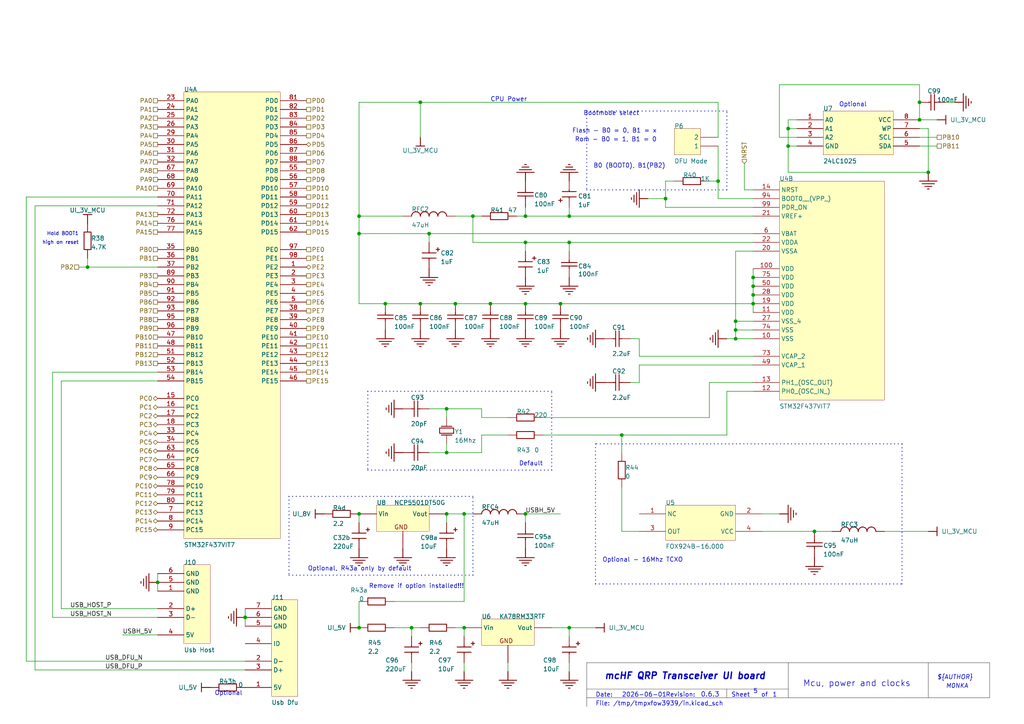
<source format=kicad_sch>
(kicad_sch (version 20231120) (generator "eeschema") (generator_version "8.0")
  (paper "A4")
  (title_block (title "mcHF QRP Transceiver UI board") (rev "0.6.3") (company "M0NKA"))
  (junction (at 269.24 49.9872))
  (junction (at 165.1 62.6872))
  (junction (at 104.14 67.7672))
  (junction (at 129.54 118.5672))
  (junction (at 121.92 88.0872))
  (junction (at 152.4 149.0472))
  (junction (at 124.46 67.7672))
  (junction (at 45.72 168.91))
  (junction (at 213.36 98.2472))
  (junction (at 137.16 62.6872))
  (junction (at 165.1 182.0672))
  (junction (at 152.4 62.6872))
  (junction (at 152.4 70.3072))
  (junction (at 218.44 80.4672))
  (junction (at 218.44 83.0072))
  (junction (at 121.92 29.6672))
  (junction (at 162.56 88.0872))
  (junction (at 104.14 62.6872))
  (junction (at 266.7 29.6672))
  (junction (at 129.54 131.2672))
  (junction (at 213.36 95.7072))
  (junction (at 208.28 52.5272))
  (junction (at 228.6 37.2872))
  (junction (at 134.62 182.0672))
  (junction (at 71.12 179.07))
  (junction (at 134.62 149.0472))
  (junction (at 228.6 42.3672))
  (junction (at 132.08 88.0872))
  (junction (at 165.1 70.3072))
  (junction (at 129.54 149.0472))
  (junction (at 25.4 77.47))
  (junction (at 180.34 126.1872))
  (junction (at 142.24 88.0872))
  (junction (at 218.44 88.0872))
  (junction (at 104.14 182.0672))
  (junction (at 213.36 93.1672))
  (junction (at 236.22 154.1272))
  (junction (at 218.44 85.5472))
  (junction (at 119.38 182.0672))
  (junction (at 104.14 149.0472))
  (junction (at 111.76 88.0872))
  (junction (at 193.04 57.6072))
  (junction (at 266.7 34.7472))
  (junction (at 152.4 88.0872))
  (wire (pts (xy 132.08 62.6872) (xy 137.16 62.6872)))
  (wire (pts (xy 218.44 113.4872) (xy 210.82 113.4872)))
  (wire (pts (xy 269.24 37.2872) (xy 269.24 49.9872)))
  (wire (pts (xy 25.4 77.47) (xy 22.86 77.47)))
  (polyline (pts (xy 170.18 199.8472) (xy 228.6 199.8472)) (stroke (width 0.0254) (type solid) (color 0 0 0 1)))
  (wire (pts (xy 129.54 151.5872) (xy 129.54 149.0472)))
  (wire (pts (xy 152.4 62.6872) (xy 165.1 62.6872)))
  (polyline (pts (xy 137.16 143.9672) (xy 83.82 143.9672)) (stroke (width 0.254) (type dot) (color 0 0 180 1)))
  (wire (pts (xy 208.28 57.6072) (xy 218.44 57.6072)))
  (wire (pts (xy 15.24 107.95) (xy 45.72 107.95)))
  (wire (pts (xy 162.56 88.0872) (xy 218.44 88.0872)))
  (polyline (pts (xy 269.24 192.2272) (xy 269.24 202.3872)) (stroke (width 0.0254) (type solid) (color 0 0 0 1)))
  (wire (pts (xy 266.7 37.2872) (xy 269.24 37.2872)))
  (wire (pts (xy 274.32 29.6672) (xy 276.86 29.6672)))
  (polyline (pts (xy 261.62 202.3872) (xy 287.02 202.3872)) (stroke (width 0.0254) (type solid) (color 0 0 0 1)))
  (wire (pts (xy 104.14 151.5872) (xy 104.14 149.0472)))
  (wire (pts (xy 165.1 60.1472) (xy 165.1 62.6872)))
  (wire (pts (xy 104.14 29.6672) (xy 104.14 62.6872)))
  (wire (pts (xy 213.36 98.2472) (xy 218.44 98.2472)))
  (polyline (pts (xy 106.68 136.3472) (xy 160.02 136.3472)) (stroke (width 0.254) (type dot) (color 0 0 180 1)))
  (wire (pts (xy 45.72 176.53) (xy 17.78 176.53)))
  (wire (pts (xy 45.72 77.47) (xy 25.4 77.47)))
  (wire (pts (xy 185.42 110.9472) (xy 182.88 110.9472)))
  (wire (pts (xy 226.06 24.5872) (xy 266.7 24.5872)))
  (wire (pts (xy 269.24 49.9872) (xy 228.6 49.9872)))
  (polyline (pts (xy 106.68 113.4872) (xy 106.68 136.3472)) (stroke (width 0.254) (type dot) (color 0 0 180 1)))
  (wire (pts (xy 218.44 67.7672) (xy 124.46 67.7672)))
  (wire (pts (xy 218.44 103.3272) (xy 185.42 103.3272)))
  (wire (pts (xy 185.42 98.2472) (xy 182.88 98.2472)))
  (wire (pts (xy 208.28 39.8272) (xy 208.28 29.6672)))
  (wire (pts (xy 129.54 121.1072) (xy 129.54 118.5672)))
  (wire (pts (xy 185.42 103.3272) (xy 185.42 98.2472)))
  (wire (pts (xy 129.54 149.0472) (xy 134.62 149.0472)))
  (polyline (pts (xy 170.18 32.2072) (xy 170.18 55.0672)) (stroke (width 0.254) (type dot) (color 0 0 180 1)))
  (wire (pts (xy 205.74 121.1072) (xy 157.48 121.1072)))
  (wire (pts (xy 180.34 126.1872) (xy 180.34 131.2672)))
  (wire (pts (xy 134.62 194.7672) (xy 134.62 192.2272)))
  (wire (pts (xy 152.4 151.5872) (xy 152.4 149.0472)))
  (wire (pts (xy 121.92 39.8272) (xy 121.92 29.6672)))
  (wire (pts (xy 124.46 118.5672) (xy 129.54 118.5672)))
  (wire (pts (xy 165.1 72.8472) (xy 165.1 70.3072)))
  (wire (pts (xy 139.7 131.2672) (xy 139.7 126.1872)))
  (wire (pts (xy 15.24 179.07) (xy 15.24 107.95)))
  (wire (pts (xy 218.44 110.9472) (xy 205.74 110.9472)))
  (wire (pts (xy 137.16 70.3072) (xy 137.16 62.6872)))
  (wire (pts (xy 218.44 70.3072) (xy 165.1 70.3072)))
  (wire (pts (xy 256.54 154.1272) (xy 269.24 154.1272)))
  (wire (pts (xy 266.7 29.6672) (xy 266.7 34.7472)))
  (wire (pts (xy 218.44 72.8472) (xy 213.36 72.8472)))
  (wire (pts (xy 228.6 37.2872) (xy 231.14 37.2872)))
  (wire (pts (xy 185.42 154.1272) (xy 180.34 154.1272)))
  (wire (pts (xy 213.36 98.2472) (xy 210.82 98.2472)))
  (wire (pts (xy 10.16 194.31) (xy 71.12 194.31)))
  (wire (pts (xy 218.44 105.8672) (xy 185.42 105.8672)))
  (wire (pts (xy 134.62 174.4472) (xy 134.62 149.0472)))
  (wire (pts (xy 119.38 182.0672) (xy 121.92 182.0672)))
  (wire (pts (xy 205.74 52.5272) (xy 208.28 52.5272)))
  (polyline (pts (xy 261.62 202.3872) (xy 170.18 202.3872)) (stroke (width 0.0254) (type solid) (color 0 0 0 1)))
  (wire (pts (xy 114.3 182.0672) (xy 119.38 182.0672)))
  (wire (pts (xy 45.72 59.69) (xy 10.16 59.69)))
  (wire (pts (xy 220.98 149.0472) (xy 226.06 149.0472)))
  (wire (pts (xy 129.54 118.5672) (xy 139.7 118.5672)))
  (wire (pts (xy 134.62 149.0472) (xy 137.16 149.0472)))
  (wire (pts (xy 165.1 70.3072) (xy 152.4 70.3072)))
  (polyline (pts (xy 287.02 192.2272) (xy 170.18 192.2272)) (stroke (width 0.0254) (type solid) (color 0 0 0 1)))
  (wire (pts (xy 139.7 126.1872) (xy 147.32 126.1872)))
  (wire (pts (xy 45.72 184.15) (xy 35.56 184.15)))
  (polyline (pts (xy 261.62 128.7272) (xy 172.72 128.7272)) (stroke (width 0.254) (type dot) (color 0 0 180 1)))
  (polyline (pts (xy 228.6 192.2272) (xy 228.6 202.3872)) (stroke (width 0.0254) (type solid) (color 0 0 0 1)))
  (wire (pts (xy 218.44 60.1472) (xy 193.04 60.1472)))
  (wire (pts (xy 228.6 49.9872) (xy 228.6 42.3672)))
  (polyline (pts (xy 137.16 166.8272) (xy 137.16 143.9672)) (stroke (width 0.254) (type dot) (color 0 0 180 1)))
  (wire (pts (xy 119.38 184.6072) (xy 119.38 182.0672)))
  (wire (pts (xy 104.14 62.6872) (xy 104.14 67.7672)))
  (wire (pts (xy 17.78 176.53) (xy 17.78 110.49)))
  (wire (pts (xy 208.28 29.6672) (xy 121.92 29.6672)))
  (wire (pts (xy 17.78 110.49) (xy 45.72 110.49)))
  (wire (pts (xy 266.7 24.5872) (xy 266.7 29.6672)))
  (wire (pts (xy 185.42 105.8672) (xy 185.42 110.9472)))
  (wire (pts (xy 124.46 70.3072) (xy 124.46 67.7672)))
  (wire (pts (xy 205.74 110.9472) (xy 205.74 121.1072)))
  (wire (pts (xy 266.7 42.3672) (xy 271.78 42.3672)))
  (wire (pts (xy 220.98 154.1272) (xy 236.22 154.1272)))
  (wire (pts (xy 152.4 88.0872) (xy 162.56 88.0872)))
  (polyline (pts (xy 287.02 202.3872) (xy 287.02 192.2272)) (stroke (width 0.0254) (type solid) (color 0 0 0 1)))
  (wire (pts (xy 121.92 29.6672) (xy 104.14 29.6672)))
  (wire (pts (xy 71.12 181.61) (xy 71.12 179.07)))
  (wire (pts (xy 119.38 192.2272) (xy 119.38 194.7672)))
  (wire (pts (xy 116.84 62.6872) (xy 104.14 62.6872)))
  (wire (pts (xy 132.08 88.0872) (xy 142.24 88.0872)))
  (wire (pts (xy 129.54 131.2672) (xy 129.54 128.7272)))
  (wire (pts (xy 180.34 126.1872) (xy 157.48 126.1872)))
  (wire (pts (xy 218.44 88.0872) (xy 218.44 85.5472)))
  (wire (pts (xy 111.76 88.0872) (xy 121.92 88.0872)))
  (wire (pts (xy 137.16 62.6872) (xy 139.7 62.6872)))
  (wire (pts (xy 104.14 88.0872) (xy 111.76 88.0872)))
  (wire (pts (xy 228.6 37.2872) (xy 228.6 34.7472)))
  (wire (pts (xy 215.9 47.4472) (xy 215.9 55.0672)))
  (wire (pts (xy 236.22 154.1272) (xy 241.3 154.1272)))
  (wire (pts (xy 45.72 57.15) (xy 7.62 57.15)))
  (wire (pts (xy 45.72 168.91) (xy 45.72 166.37)))
  (wire (pts (xy 210.82 126.1872) (xy 180.34 126.1872)))
  (wire (pts (xy 139.7 121.1072) (xy 147.32 121.1072)))
  (wire (pts (xy 45.72 171.45) (xy 45.72 168.91)))
  (wire (pts (xy 231.14 39.8272) (xy 226.06 39.8272)))
  (wire (pts (xy 10.16 59.69) (xy 10.16 194.31)))
  (wire (pts (xy 104.14 67.7672) (xy 104.14 88.0872)))
  (wire (pts (xy 104.14 182.0672) (xy 104.14 174.4472)))
  (wire (pts (xy 165.1 182.0672) (xy 165.1 184.6072)))
  (wire (pts (xy 134.62 184.6072) (xy 134.62 182.0672)))
  (polyline (pts (xy 83.82 143.9672) (xy 83.82 166.8272)) (stroke (width 0.254) (type dot) (color 0 0 180 1)))
  (wire (pts (xy 129.54 131.2672) (xy 139.7 131.2672)))
  (wire (pts (xy 152.4 72.8472) (xy 152.4 70.3072)))
  (wire (pts (xy 213.36 95.7072) (xy 218.44 95.7072)))
  (wire (pts (xy 172.72 182.0672) (xy 165.1 182.0672)))
  (wire (pts (xy 228.6 34.7472) (xy 231.14 34.7472)))
  (wire (pts (xy 147.32 194.7672) (xy 147.32 192.2272)))
  (wire (pts (xy 266.7 39.8272) (xy 271.78 39.8272)))
  (wire (pts (xy 210.82 113.4872) (xy 210.82 126.1872)))
  (wire (pts (xy 134.62 182.0672) (xy 132.08 182.0672)))
  (wire (pts (xy 218.44 80.4672) (xy 218.44 77.9272)))
  (wire (pts (xy 193.04 60.1472) (xy 193.04 57.6072)))
  (wire (pts (xy 114.3 174.4472) (xy 134.62 174.4472)))
  (wire (pts (xy 165.1 192.2272) (xy 165.1 194.7672)))
  (wire (pts (xy 7.62 191.77) (xy 71.12 191.77)))
  (polyline (pts (xy 170.18 55.0672) (xy 210.82 55.0672)) (stroke (width 0.254) (type dot) (color 0 0 180 1)))
  (wire (pts (xy 152.4 70.3072) (xy 137.16 70.3072)))
  (wire (pts (xy 213.36 93.1672) (xy 213.36 95.7072)))
  (wire (pts (xy 71.12 179.07) (xy 71.12 176.53)))
  (wire (pts (xy 215.9 55.0672) (xy 218.44 55.0672)))
  (wire (pts (xy 218.44 83.0072) (xy 218.44 80.4672)))
  (wire (pts (xy 124.46 131.2672) (xy 129.54 131.2672)))
  (wire (pts (xy 213.36 95.7072) (xy 213.36 98.2472)))
  (wire (pts (xy 7.62 57.15) (xy 7.62 191.77)))
  (polyline (pts (xy 210.82 32.2072) (xy 170.18 32.2072)) (stroke (width 0.254) (type dot) (color 0 0 180 1)))
  (wire (pts (xy 152.4 149.0472) (xy 162.56 149.0472)))
  (wire (pts (xy 213.36 72.8472) (xy 213.36 93.1672)))
  (polyline (pts (xy 83.82 166.8272) (xy 137.16 166.8272)) (stroke (width 0.254) (type dot) (color 0 0 180 1)))
  (wire (pts (xy 193.04 52.5272) (xy 193.04 57.6072)))
  (wire (pts (xy 149.86 62.6872) (xy 152.4 62.6872)))
  (wire (pts (xy 45.72 179.07) (xy 15.24 179.07)))
  (wire (pts (xy 228.6 42.3672) (xy 231.14 42.3672)))
  (wire (pts (xy 25.4 74.93) (xy 25.4 77.47)))
  (wire (pts (xy 165.1 62.6872) (xy 218.44 62.6872)))
  (polyline (pts (xy 160.02 136.3472) (xy 160.02 113.4872)) (stroke (width 0.254) (type dot) (color 0 0 180 1)))
  (wire (pts (xy 208.28 52.5272) (xy 208.28 57.6072)))
  (wire (pts (xy 139.7 118.5672) (xy 139.7 121.1072)))
  (polyline (pts (xy 210.82 55.0672) (xy 210.82 32.2072)) (stroke (width 0.254) (type dot) (color 0 0 180 1)))
  (wire (pts (xy 208.28 42.3672) (xy 208.28 52.5272)))
  (polyline (pts (xy 172.72 169.3672) (xy 261.62 169.3672)) (stroke (width 0.254) (type dot) (color 0 0 180 1)))
  (wire (pts (xy 165.1 182.0672) (xy 160.02 182.0672)))
  (polyline (pts (xy 170.18 192.2272) (xy 170.18 204.9272)) (stroke (width 0.0254) (type solid) (color 0 0 0 1)))
  (wire (pts (xy 195.58 52.5272) (xy 193.04 52.5272)))
  (wire (pts (xy 218.44 90.6272) (xy 218.44 88.0872)))
  (wire (pts (xy 124.46 67.7672) (xy 104.14 67.7672)))
  (polyline (pts (xy 210.82 199.8472) (xy 210.82 202.3872)) (stroke (width 0.0254) (type solid) (color 0 0 0 1)))
  (wire (pts (xy 142.24 88.0872) (xy 152.4 88.0872)))
  (wire (pts (xy 213.36 93.1672) (xy 218.44 93.1672)))
  (wire (pts (xy 180.34 154.1272) (xy 180.34 141.4272)))
  (wire (pts (xy 226.06 39.8272) (xy 226.06 24.5872)))
  (polyline (pts (xy 160.02 113.4872) (xy 106.68 113.4872)) (stroke (width 0.254) (type dot) (color 0 0 180 1)))
  (wire (pts (xy 121.92 88.0872) (xy 132.08 88.0872)))
  (wire (pts (xy 218.44 85.5472) (xy 218.44 83.0072)))
  (wire (pts (xy 228.6 42.3672) (xy 228.6 37.2872)))
  (wire (pts (xy 266.7 34.7472) (xy 271.78 34.7472)))
  (wire (pts (xy 152.4 60.1472) (xy 152.4 62.6872)))
  (polyline (pts (xy 261.62 169.3672) (xy 261.62 128.7272)) (stroke (width 0.254) (type dot) (color 0 0 180 1)))
  (wire (pts (xy 193.04 57.6072) (xy 187.96 57.6072)))
  (polyline (pts (xy 172.72 128.7272) (xy 172.72 169.3672)) (stroke (width 0.254) (type dot) (color 0 0 180 1)))
  (text "Remove if option installed!!!" (at 134.62 169.3672 0) (effects (font (size 1.27 1.27)) (justify right top)))
  (text "Optional, R43a only by default" (at 119.38 164.2872 0) (effects (font (size 1.27 1.27)) (justify right top)))
  (text "Rom - B0 = 1, B1 = 0" (at 190.5 39.8272 0) (effects (font (size 1.27 1.27)) (justify right top)))
  (text "${REVISION}" (at 203.2 202.3872 0) (effects (font (size 1.397 1.397)) (justify left bottom)))
  (text "Flash - B0 = 0, B1 = x" (at 190.5 37.2872 0) (effects (font (size 1.27 1.27)) (justify right top)))
  (text "Mcu, power and clocks" (at 264.16 197.3072 0) (effects (font (size 1.778 1.778)) (justify right top)))
  (text "CPU Power" (at 142.24 29.6672 0) (effects (font (size 1.27 1.27)) (justify left bottom)))
  (text "high on reset" (at 22.86 69.85 0) (effects (font (size 1.016 1.016)) (justify right top)))
  (text "Optional - 16Mhz TCXO" (at 198.12 161.7472 0) (effects (font (size 1.27 1.27)) (justify right top)))
  (text "Sheet" (at 212.09 202.3872 0) (effects (font (size 1.27 1.27)) (justify left bottom)))
  (text "Optional" (at 251.46 29.6672 0) (effects (font (size 1.27 1.27)) (justify right top)))
  (text "Optional" (at 70.358 200.406 0) (effects (font (size 1.27 1.27)) (justify right top)))
  (text "${AUTHOR}" (at 271.78 197.3072 0) (effects (font (size 1.27 1.27) (italic yes)) (justify left bottom)))
  (text "Bootmode select" (at 185.42 32.2072 0) (effects (font (size 1.27 1.27)) (justify right top)))
  (text "Revision:" (at 193.04 202.3872 0) (effects (font (size 1.27 1.27)) (justify left bottom)))
  (text "File:" (at 172.72 204.9272 0) (effects (font (size 1.27 1.27)) (justify left bottom)))
  (text "B0 (BOOT0), B1(PB2)" (at 193.04 47.4472 0) (effects (font (size 1.27 1.27)) (justify right top)))
  (text "Hold BOOT1" (at 22.86 67.31 0) (effects (font (size 1.016 1.016)) (justify right top)))
  (text "${CURRENT_DATE}" (at 180.34 202.3872 0) (effects (font (size 1.27 1.27)) (justify left bottom)))
  (text "Default" (at 157.48 133.8072 0) (effects (font (size 1.27 1.27)) (justify right top)))
  (text "${COMPANY}" (at 274.32 199.8472 0) (effects (font (size 1.27 1.27) (italic yes)) (justify left bottom)))
  (text "${##}" (at 224.028 202.3872 0) (effects (font (size 1.27 1.27)) (justify left bottom)))
  (text "${FILEPATH}" (at 177.8 204.9272 0) (effects (font (size 1.27 1.27)) (justify left bottom)))
  (text "${TITLE}" (at 175.26 197.3072 0) (effects (font (size 1.905 1.905) (thickness 0.381) (bold yes) (italic yes)) (justify left bottom)))
  (text "Date:" (at 172.72 202.3872 0) (effects (font (size 1.27 1.27)) (justify left bottom)))
  (text "5" (at 218.44 199.8472 0) (effects (font (size 1.27 1.27)) (justify left top)))
  (text "of" (at 220.726 202.3872 0) (effects (font (size 1.27 1.27)) (justify left bottom)))
  (label "USBH_5V" (at 35.56 184.15 0))
  (label "USB_DFU_N" (at 30.48 191.77 0))
  (label "USBH_5V" (at 152.4 149.0472 0))
  (label "USB_DFU_P" (at 30.48 194.31 0))
  (label "USB_HOST_N" (at 20.32 179.07 0))
  (label "USB_HOST_P" (at 20.32 176.53 0))
  (hierarchical_label "PC12" (shape bidirectional) (at 45.72 146.05 180))
  (hierarchical_label "PC10" (shape bidirectional) (at 45.72 140.97 180))
  (hierarchical_label "PD12" (shape passive) (at 88.9 59.69 0))
  (hierarchical_label "PD9" (shape passive) (at 88.9 52.07 0))
  (hierarchical_label "PB11" (shape passive) (at 45.72 100.33 180))
  (hierarchical_label "PB1" (shape passive) (at 45.72 74.93 180))
  (hierarchical_label "PC11" (shape bidirectional) (at 45.72 143.51 180))
  (hierarchical_label "PA0" (shape passive) (at 45.72 29.21 180))
  (hierarchical_label "PA2" (shape passive) (at 45.72 34.29 180))
  (hierarchical_label "PE2" (shape bidirectional) (at 88.9 77.47 0))
  (hierarchical_label "PC8" (shape bidirectional) (at 45.72 135.89 180))
  (hierarchical_label "PE10" (shape passive) (at 88.9 97.79 0))
  (hierarchical_label "PA5" (shape passive) (at 45.72 41.91 180))
  (hierarchical_label "PB7" (shape passive) (at 45.72 90.17 180))
  (hierarchical_label "PB11" (shape passive) (at 271.78 42.3672 0))
  (hierarchical_label "PB13" (shape passive) (at 45.72 105.41 180))
  (hierarchical_label "PB12" (shape passive) (at 45.72 102.87 180))
  (hierarchical_label "PA13" (shape passive) (at 45.72 62.23 180))
  (hierarchical_label "PB2" (shape passive) (at 22.86 77.47 180))
  (hierarchical_label "PA1" (shape passive) (at 45.72 31.75 180))
  (hierarchical_label "PC4" (shape bidirectional) (at 45.72 125.73 180))
  (hierarchical_label "PB10" (shape passive) (at 271.78 39.8272 0))
  (hierarchical_label "PE4" (shape passive) (at 88.9 82.55 0))
  (hierarchical_label "PC2" (shape bidirectional) (at 45.72 120.65 180))
  (hierarchical_label "PB3" (shape passive) (at 45.72 80.01 180))
  (hierarchical_label "PE3" (shape passive) (at 88.9 80.01 0))
  (hierarchical_label "PD3" (shape passive) (at 88.9 36.83 0))
  (hierarchical_label "PC3" (shape bidirectional) (at 45.72 123.19 180))
  (hierarchical_label "PC9" (shape bidirectional) (at 45.72 138.43 180))
  (hierarchical_label "PE9" (shape passive) (at 88.9 95.25 0))
  (hierarchical_label "PC5" (shape bidirectional) (at 45.72 128.27 180))
  (hierarchical_label "PB5" (shape passive) (at 45.72 85.09 180))
  (hierarchical_label "PB6" (shape passive) (at 45.72 87.63 180))
  (hierarchical_label "PA15" (shape passive) (at 45.72 67.31 180))
  (hierarchical_label "NRST" (shape input) (at 215.9 47.4472 90))
  (hierarchical_label "PD13" (shape passive) (at 88.9 62.23 0))
  (hierarchical_label "PB9" (shape passive) (at 45.72 95.25 180))
  (hierarchical_label "PB10" (shape passive) (at 45.72 97.79 180))
  (hierarchical_label "PE5" (shape passive) (at 88.9 85.09 0))
  (hierarchical_label "PC13" (shape bidirectional) (at 45.72 148.59 180))
  (hierarchical_label "PE15" (shape passive) (at 88.9 110.49 0))
  (hierarchical_label "PA6" (shape passive) (at 45.72 44.45 180))
  (hierarchical_label "PE11" (shape passive) (at 88.9 100.33 0))
  (hierarchical_label "PC14" (shape bidirectional) (at 45.72 151.13 180))
  (hierarchical_label "PE0" (shape passive) (at 88.9 72.39 0))
  (hierarchical_label "PA14" (shape passive) (at 45.72 64.77 180))
  (hierarchical_label "PD10" (shape passive) (at 88.9 54.61 0))
  (hierarchical_label "PD0" (shape passive) (at 88.9 29.21 0))
  (hierarchical_label "PC15" (shape bidirectional) (at 45.72 153.67 180))
  (hierarchical_label "PD1" (shape passive) (at 88.9 31.75 0))
  (hierarchical_label "PE8" (shape bidirectional) (at 88.9 92.71 0))
  (hierarchical_label "PD5" (shape bidirectional) (at 88.9 41.91 0))
  (hierarchical_label "PA10" (shape passive) (at 45.72 54.61 180))
  (hierarchical_label "PE14" (shape passive) (at 88.9 107.95 0))
  (hierarchical_label "PC6" (shape bidirectional) (at 45.72 130.81 180))
  (hierarchical_label "PC1" (shape bidirectional) (at 45.72 118.11 180))
  (hierarchical_label "PA7" (shape passive) (at 45.72 46.99 180))
  (hierarchical_label "PC0" (shape bidirectional) (at 45.72 115.57 180))
  (hierarchical_label "PD6" (shape passive) (at 88.9 44.45 0))
  (hierarchical_label "PA9" (shape passive) (at 45.72 52.07 180))
  (hierarchical_label "PB0" (shape passive) (at 45.72 72.39 180))
  (hierarchical_label "PE6" (shape passive) (at 88.9 87.63 0))
  (hierarchical_label "PB4" (shape passive) (at 45.72 82.55 180))
  (hierarchical_label "PB8" (shape passive) (at 45.72 92.71 180))
  (hierarchical_label "PC7" (shape bidirectional) (at 45.72 133.35 180))
  (hierarchical_label "PD4" (shape passive) (at 88.9 39.37 0))
  (hierarchical_label "PD11" (shape passive) (at 88.9 57.15 0))
  (hierarchical_label "PE13" (shape passive) (at 88.9 105.41 0))
  (hierarchical_label "PA3" (shape passive) (at 45.72 36.83 180))
  (hierarchical_label "PD2" (shape passive) (at 88.9 34.29 0))
  (hierarchical_label "PA4" (shape passive) (at 45.72 39.37 180))
  (hierarchical_label "PD7" (shape passive) (at 88.9 46.99 0))
  (hierarchical_label "PE12" (shape passive) (at 88.9 102.87 0))
  (hierarchical_label "PE7" (shape passive) (at 88.9 90.17 0))
  (hierarchical_label "PD15" (shape passive) (at 88.9 67.31 0))
  (hierarchical_label "PD8" (shape passive) (at 88.9 49.53 0))
  (hierarchical_label "PA8" (shape passive) (at 45.72 49.53 180))
  (hierarchical_label "PE1" (shape passive) (at 88.9 74.93 0))
  (hierarchical_label "PD14" (shape passive) (at 88.9 64.77 0))
  (symbol (lib_id "ui_main-altium-import:GND_POWER_GROUND") (at 116.84 159.2072 0) (unit 1)
    (property "Reference" "#PWR?" (effects (hide yes)))
    (property "Value" "GND" (effects (hide yes)))
  )
  (symbol (lib_id "ui_main-altium-import:Mcu, power and clocks_2_MINI_USB_B") (at 86.36 191.77 0) (unit 1)
    (property "Reference" "J11" (at 78.74 173.99 0) (effects (justify left bottom)))
    (property "Value" "Usb Dfu" (at 78.74 204.47 0) (effects (justify left bottom)))
    (property "Footprint" "MINI_USB_B_SMD" (effects (hide yes)))
    (property "Description" "Mini USB connector" (effects (hide yes)))
    (property "PRICE" "0.62" (effects (hide yes)))
    (property "ORDER" "FN 211-2367" (effects (hide yes)))
    (property "QT ORDER" "QCJ-00083" (effects (hide yes)))
  )
  (symbol (lib_id "ui_main-altium-import:Mcu, power and clocks_1_CAP-POL_0") (at 165.1 60.1472 0) (unit 1)
    (property "Reference" "C81" (at 167.64 57.6072 0) (effects (justify left bottom)))
    (property "Value" "1uF" (at 167.64 60.1472 0) (effects (justify left bottom)))
    (property "Footprint" "1206_ELEC_CAP_N" (effects (hide yes)))
    (property "Description" "Electrolitic capacitor" (effects (hide yes)))
    (property "PRICE" "0.235" (effects (hide yes)))
    (property "ORDER" "FN 145-7406" (effects (hide yes)))
    (property "QT ORDER" "QCC-00165" (effects (hide yes)))
  )
  (symbol (lib_id "ui_main-altium-import:Mcu, power and clocks_3_CAP-POL_0") (at 104.14 151.5872 0) (unit 1)
    (property "Reference" "C32b" (at 96.52 156.6672 0) (effects (justify left bottom)))
    (property "Value" "220uF" (at 96.52 159.2072 0) (effects (justify left bottom)))
    (property "Footprint" "CAP_ALUM" (effects (hide yes)))
    (property "Description" "Electrolitic capacitor" (effects (hide yes)))
    (property "PRICE" "0.34" (effects (hide yes)))
    (property "ORDER" "FN 225-4321" (effects (hide yes)))
    (property "QT ORDER" "QCC-00320" (effects (hide yes)))
  )
  (symbol (lib_id "ui_main-altium-import:GND_POWER_GROUND") (at 165.1 80.4672 0) (unit 1)
    (property "Reference" "#PWR?" (effects (hide yes)))
    (property "Value" "GND" (effects (hide yes)))
  )
  (symbol (lib_id "ui_main-altium-import:Mcu, power and clocks_2_CAP") (at 144.78 93.1672 0) (unit 1)
    (property "Reference" "C88" (at 144.78 92.9132 0) (effects (justify left bottom)))
    (property "Value" "100nF" (at 144.78 95.4532 0) (effects (justify left bottom)))
    (property "Footprint" "0805-Pro" (effects (hide yes)))
    (property "Description" "Capacitor" (effects (hide yes)))
    (property "PRICE" "0.068" (effects (hide yes)))
    (property "ORDER" "FN 174-0673" (effects (hide yes)))
    (property "QT ORDER" "QCC-00154" (effects (hide yes)))
  )
  (symbol (lib_id "ui_main-altium-import:UI_3V_MCU_BAR") (at 121.92 39.8272 0) (unit 1)
    (property "Reference" "#PWR?" (effects (hide yes)))
    (property "Value" "UI_3V_MCU" (at 121.92 43.6372 0))
  )
  (symbol (lib_id "ui_main-altium-import:Mcu, power and clocks_3_CAP-POL_0") (at 152.4 72.8472 0) (unit 1)
    (property "Reference" "C83" (at 155.702 76.6572 0) (effects (justify left bottom)))
    (property "Value" "1uF" (at 155.702 79.1972 0) (effects (justify left bottom)))
    (property "Footprint" "1206_ELEC_CAP_N" (effects (hide yes)))
    (property "Description" "Electrolitic capacitor" (effects (hide yes)))
    (property "PRICE" "0.235" (effects (hide yes)))
    (property "ORDER" "FN 145-7406" (effects (hide yes)))
    (property "QT ORDER" "QCC-00165" (effects (hide yes)))
  )
  (symbol (lib_id "ui_main-altium-import:Mcu, power and clocks_0_STM32F40x-VG") (at 45.72 29.21 0) (unit 1)
    (property "Reference" "U4" (at 53.34 26.67 0) (effects (justify left bottom)))
    (property "Value" "STM32F437VIT7" (at 53.34 158.75 0) (effects (justify left bottom)))
    (property "Footprint" "SQFP14X14-100-Pro" (effects (hide yes)))
    (property "Description" "STM32F4 controller" (effects (hide yes)))
    (property "PRICE" "8.07" (effects (hide yes)))
    (property "ORDER" "FN 233-3297" (effects (hide yes)))
  )
  (symbol (lib_id "ui_main-altium-import:Mcu, power and clocks_2_CAP") (at 134.62 93.1672 0) (unit 1)
    (property "Reference" "C87" (at 134.62 92.9132 0) (effects (justify left bottom)))
    (property "Value" "100nF" (at 134.62 95.4532 0) (effects (justify left bottom)))
    (property "Footprint" "0805-Pro" (effects (hide yes)))
    (property "Description" "Capacitor" (effects (hide yes)))
    (property "PRICE" "0.068" (effects (hide yes)))
    (property "ORDER" "FN 174-0673" (effects (hide yes)))
    (property "QT ORDER" "QCC-00154" (effects (hide yes)))
  )
  (symbol (lib_id "ui_main-altium-import:GND_POWER_GROUND") (at 236.22 161.7472 0) (unit 1)
    (property "Reference" "#PWR?" (effects (hide yes)))
    (property "Value" "GND" (effects (hide yes)))
  )
  (symbol (lib_id "ui_main-altium-import:GND_POWER_GROUND") (at 45.72 168.91 270) (unit 1)
    (property "Reference" "#PWR?" (effects (hide yes)))
    (property "Value" "GND" (effects (hide yes)))
  )
  (symbol (lib_id "ui_main-altium-import:Mcu, power and clocks_0_RES_0") (at 124.46 179.5272 0) (unit 1)
    (property "Reference" "R46" (at 124.46 187.1472 0) (effects (justify left bottom)))
    (property "Value" "2.2" (at 124.46 189.6872 0) (effects (justify left bottom)))
    (property "Footprint" "1206" (effects (hide yes)))
    (property "Description" "Resistor" (effects (hide yes)))
    (property "PRICE" "0.02" (effects (hide yes)))
    (property "ORDER" "FN 207-8984" (effects (hide yes)))
    (property "QT ORDER" "QCR-00412" (effects (hide yes)))
  )
  (symbol (lib_id "ui_main-altium-import:Mcu, power and clocks_2_CAP") (at 154.94 156.6672 0) (unit 1)
    (property "Reference" "C95a" (at 154.94 156.4132 0) (effects (justify left bottom)))
    (property "Value" "100nF" (at 154.94 158.9532 0) (effects (justify left bottom)))
    (property "Footprint" "0805-Pro" (effects (hide yes)))
    (property "Description" "Capacitor" (effects (hide yes)))
    (property "PRICE" "0.068" (effects (hide yes)))
    (property "ORDER" "FN 174-0673" (effects (hide yes)))
    (property "QT ORDER" "QCC-00154" (effects (hide yes)))
  )
  (symbol (lib_id "ui_main-altium-import:GND_POWER_GROUND") (at 132.08 95.7072 0) (unit 1)
    (property "Reference" "#PWR?" (effects (hide yes)))
    (property "Value" "GND" (effects (hide yes)))
  )
  (symbol (lib_id "ui_main-altium-import:Mcu, power and clocks_2_CAP") (at 167.64 77.9272 0) (unit 1)
    (property "Reference" "C84" (at 167.64 77.9272 0) (effects (justify left bottom)))
    (property "Value" "100nF" (at 167.64 80.2132 0) (effects (justify left bottom)))
    (property "Footprint" "0805-Pro" (effects (hide yes)))
    (property "Description" "Capacitor" (effects (hide yes)))
    (property "PRICE" "0.068" (effects (hide yes)))
    (property "ORDER" "FN 174-0673" (effects (hide yes)))
    (property "QT ORDER" "QCC-00154" (effects (hide yes)))
  )
  (symbol (lib_id "ui_main-altium-import:Mcu, power and clocks_1_CAP") (at 177.8 100.7872 0) (unit 1)
    (property "Reference" "C91" (at 177.546 95.7072 0) (effects (justify left bottom)))
    (property "Value" "2.2uF" (at 177.546 103.3272 0) (effects (justify left bottom)))
    (property "Footprint" "0805-Pro" (effects (hide yes)))
    (property "Description" "Capacitor" (effects (hide yes)))
    (property "PRICE" "0.115" (effects (hide yes)))
    (property "ORDER" "FN 184-5751" (effects (hide yes)))
    (property "QT ORDER" "QCC-00103" (effects (hide yes)))
  )
  (symbol (lib_id "ui_main-altium-import:GND_POWER_GROUND") (at 152.4 95.7072 0) (unit 1)
    (property "Reference" "#PWR?" (effects (hide yes)))
    (property "Value" "GND" (effects (hide yes)))
  )
  (symbol (lib_id "ui_main-altium-import:Mcu, power and clocks_0_RES_0") (at 106.68 179.5272 0) (unit 1)
    (property "Reference" "R45" (at 106.68 187.1472 0) (effects (justify left bottom)))
    (property "Value" "2.2" (at 106.68 189.6872 0) (effects (justify left bottom)))
    (property "Footprint" "1206" (effects (hide yes)))
    (property "Description" "Resistor" (effects (hide yes)))
    (property "PRICE" "0.02" (effects (hide yes)))
    (property "ORDER" "FN 207-8984" (effects (hide yes)))
    (property "QT ORDER" "QCR-00412" (effects (hide yes)))
  )
  (symbol (lib_id "ui_main-altium-import:GND_POWER_GROUND") (at 124.46 77.9272 0) (unit 1)
    (property "Reference" "#PWR?" (effects (hide yes)))
    (property "Value" "GND" (effects (hide yes)))
  )
  (symbol (lib_id "ui_main-altium-import:GND_POWER_GROUND") (at 269.24 49.9872 0) (unit 1)
    (property "Reference" "#PWR?" (effects (hide yes)))
    (property "Value" "GND" (effects (hide yes)))
  )
  (symbol (lib_id "ui_main-altium-import:Mcu, power and clocks_0_USB_OUT_0") (at 45.72 176.53 0) (unit 1)
    (property "Reference" "J10" (at 53.34 163.83 0) (effects (justify left bottom)))
    (property "Value" "Usb Host" (at 53.34 189.23 0) (effects (justify left bottom)))
    (property "Footprint" "USB_OUT_A" (effects (hide yes)))
    (property "Description" "USB Host Connector" (effects (hide yes)))
    (property "PRICE" "0.60" (effects (hide yes)))
    (property "ORDER" "FN 117-7883" (effects (hide yes)))
  )
  (symbol (lib_id "ui_main-altium-import:GND_POWER_GROUND") (at 147.32 194.7672 0) (unit 1)
    (property "Reference" "#PWR?" (effects (hide yes)))
    (property "Value" "GND" (effects (hide yes)))
  )
  (symbol (lib_id "ui_main-altium-import:Mcu, power and clocks_0_FOX924B-16.000") (at 198.12 156.6672 0) (unit 1)
    (property "Reference" "U5" (at 193.04 146.5072 0) (effects (justify left bottom)))
    (property "Value" "FOX924B-16.000" (at 193.04 159.2072 0) (effects (justify left bottom)))
    (property "Footprint" "2SMX-3SMXB" (effects (hide yes)))
    (property "Description" "TCXO" (effects (hide yes)))
    (property "PRICE" "2.77" (effects (hide yes)))
    (property "ORDER" "FN 206-3959" (effects (hide yes)))
  )
  (symbol (lib_id "ui_main-altium-import:Mcu, power and clocks_3_RES_0") (at 27.94 67.31 0) (unit 1)
    (property "Reference" "R38" (at 26.416 69.85 0) (effects (justify left bottom)))
    (property "Value" "4.7K" (at 26.416 72.39 0) (effects (justify left bottom)))
    (property "Footprint" "0805-Pro" (effects (hide yes)))
    (property "Description" "Resistor" (effects (hide yes)))
    (property "PRICE" "0.024" (effects (hide yes)))
    (property "ORDER" "FN 200-8383" (effects (hide yes)))
    (property "QT ORDER" "QCR-00341" (effects (hide yes)))
  )
  (symbol (lib_id "ui_main-altium-import:UI_3V_MCU_BAR") (at 25.4 64.77 180) (unit 1)
    (property "Reference" "#PWR?" (effects (hide yes)))
    (property "Value" "UI_3V_MCU" (at 25.4 60.96 0))
  )
  (symbol (lib_id "ui_main-altium-import:Mcu, power and clocks_0_RES_0") (at 106.68 171.9072 0) (unit 1)
    (property "Reference" "R43a" (at 101.6 171.9072 0) (effects (justify left bottom)))
    (property "Value" "0" (at 104.14 174.4472 0) (effects (justify left bottom)))
    (property "Footprint" "0805-Pro" (effects (hide yes)))
    (property "Description" "Resistor" (effects (hide yes)))
    (property "PRICE" "0.009" (effects (hide yes)))
    (property "ORDER" "FN 933-3681" (effects (hide yes)))
    (property "QT ORDER" "QCR-00268" (effects (hide yes)))
  )
  (symbol (lib_id "ui_main-altium-import:Mcu, power and clocks_0_RES_0") (at 198.12 49.9872 0) (unit 1)
    (property "Reference" "R40" (at 198.12 51.5112 0) (effects (justify left bottom)))
    (property "Value" "1K" (at 203.2 52.5272 0) (effects (justify left bottom)))
    (property "Footprint" "0805-Pro" (effects (hide yes)))
    (property "Description" "Resistor" (effects (hide yes)))
    (property "PRICE" "0.061" (effects (hide yes)))
    (property "ORDER" "FN 157-6459" (effects (hide yes)))
    (property "QT ORDER" "QCR-00326" (effects (hide yes)))
  )
  (symbol (lib_id "ui_main-altium-import:GND_POWER_GROUND") (at 152.4 52.5272 180) (unit 1)
    (property "Reference" "#PWR?" (effects (hide yes)))
    (property "Value" "GND" (effects (hide yes)))
  )
  (symbol (lib_id "ui_main-altium-import:Mcu, power and clocks_3_CAP-POL_0") (at 129.54 151.5872 0) (unit 1)
    (property "Reference" "C98a" (at 121.92 156.6672 0) (effects (justify left bottom)))
    (property "Value" "10uF" (at 121.92 159.2072 0) (effects (justify left bottom)))
    (property "Footprint" "1206_ELEC_CAP_N" (effects (hide yes)))
    (property "Description" "Electrolitic capacitor" (effects (hide yes)))
    (property "PRICE" "0.204" (effects (hide yes)))
    (property "ORDER" "FN 233-3009" (effects (hide yes)))
    (property "QT ORDER" "QCC-00166" (effects (hide yes)))
  )
  (symbol (lib_id "ui_main-altium-import:Mcu, power and clocks_2_CAP") (at 238.76 159.2072 0) (unit 1)
    (property "Reference" "C95" (at 238.76 158.9532 0) (effects (justify left bottom)))
    (property "Value" "100nF" (at 238.76 161.4932 0) (effects (justify left bottom)))
    (property "Footprint" "0805-Pro" (effects (hide yes)))
    (property "Description" "Capacitor" (effects (hide yes)))
    (property "PRICE" "0.068" (effects (hide yes)))
    (property "ORDER" "FN 174-0673" (effects (hide yes)))
    (property "QT ORDER" "QCC-00154" (effects (hide yes)))
  )
  (symbol (lib_id "ui_main-altium-import:GND_POWER_GROUND") (at 175.26 98.2472 270) (unit 1)
    (property "Reference" "#PWR?" (effects (hide yes)))
    (property "Value" "GND" (effects (hide yes)))
  )
  (symbol (lib_id "ui_main-altium-import:Mcu, power and clocks_0_RES_0") (at 63.5 196.85 0) (unit 1)
    (property "Reference" "R43b" (at 63.5 198.374 0) (effects (justify left bottom)))
    (property "Value" "0" (at 69.088 199.39 0) (effects (justify left bottom)))
    (property "Footprint" "0805-Pro" (effects (hide yes)))
    (property "Description" "Resistor" (effects (hide yes)))
    (property "PRICE" "0.009" (effects (hide yes)))
    (property "ORDER" "FN 933-3681" (effects (hide yes)))
    (property "QT ORDER" "QCR-00268" (effects (hide yes)))
  )
  (symbol (lib_id "ui_main-altium-import:Mcu, power and clocks_2_CAP") (at 154.94 93.1672 0) (unit 1)
    (property "Reference" "C89" (at 154.94 92.9132 0) (effects (justify left bottom)))
    (property "Value" "100nF" (at 154.94 95.4532 0) (effects (justify left bottom)))
    (property "Footprint" "0805-Pro" (effects (hide yes)))
    (property "Description" "Capacitor" (effects (hide yes)))
    (property "PRICE" "0.068" (effects (hide yes)))
    (property "ORDER" "FN 174-0673" (effects (hide yes)))
    (property "QT ORDER" "QCC-00154" (effects (hide yes)))
  )
  (symbol (lib_id "ui_main-altium-import:Mcu, power and clocks_0_XTAL") (at 127 123.6472 0) (unit 1)
    (property "Reference" "Y1" (at 131.826 125.9332 0) (effects (justify left bottom)))
    (property "Value" "16Mhz" (at 131.826 128.4732 0) (effects (justify left bottom)))
    (property "Footprint" "HC49/4H_SMX" (effects (hide yes)))
    (property "Description" "Crystal Oscillator" (effects (hide yes)))
    (property "PRICE" "0.51" (effects (hide yes)))
    (property "ORDER" "FN 971-3808" (effects (hide yes)))
    (property "CHECKED" "NA" (effects (hide yes)))
  )
  (symbol (lib_id "ui_main-altium-import:UI_5V_BAR") (at 104.14 182.0672 270) (unit 1)
    (property "Reference" "#PWR?" (effects (hide yes)))
    (property "Value" "UI_5V" (at 100.33 182.0672 90) (effects (justify right)))
  )
  (symbol (lib_id "ui_main-altium-import:Mcu, power and clocks_3_CAP-POL_0") (at 165.1 184.6072 0) (unit 1)
    (property "Reference" "C98" (at 157.48 192.2272 0) (effects (justify left bottom)))
    (property "Value" "10uF" (at 157.48 194.7672 0) (effects (justify left bottom)))
    (property "Footprint" "1206_ELEC_CAP_N" (effects (hide yes)))
    (property "Description" "Electrolitic capacitor" (effects (hide yes)))
    (property "PRICE" "0.204" (effects (hide yes)))
    (property "ORDER" "FN 233-3009" (effects (hide yes)))
    (property "QT ORDER" "QCC-00166" (effects (hide yes)))
  )
  (symbol (lib_id "ui_main-altium-import:Mcu, power and clocks_0_Inductor") (at 243.84 151.5872 0) (unit 1)
    (property "Reference" "RFC3" (at 243.84 152.8572 0) (effects (justify left bottom)))
    (property "Value" "47uH" (at 243.84 157.4292 0) (effects (justify left bottom)))
    (property "Footprint" "0805-Pro" (effects (hide yes)))
    (property "Description" "Inductor" (effects (hide yes)))
    (property "PRICE" "0.16" (effects (hide yes)))
    (property "ORDER" "FN 166-9895" (effects (hide yes)))
  )
  (symbol (lib_id "ui_main-altium-import:Mcu, power and clocks_1_RES_0") (at 177.8 138.8872 0) (unit 1)
    (property "Reference" "R44" (at 181.356 136.3472 0) (effects (justify left bottom)))
    (property "Value" "0" (at 181.356 138.8872 0) (effects (justify left bottom)))
    (property "Footprint" "0805-Pro" (effects (hide yes)))
    (property "Description" "Resistor" (effects (hide yes)))
    (property "PRICE" "0.009" (effects (hide yes)))
    (property "ORDER" "FN 933-3681" (effects (hide yes)))
    (property "QT ORDER" "QCR-00268" (effects (hide yes)))
  )
  (symbol (lib_id "ui_main-altium-import:GND_POWER_GROUND") (at 104.14 159.2072 0) (unit 1)
    (property "Reference" "#PWR?" (effects (hide yes)))
    (property "Value" "GND" (effects (hide yes)))
  )
  (symbol (lib_id "ui_main-altium-import:GND_POWER_GROUND") (at 165.1 52.5272 180) (unit 1)
    (property "Reference" "#PWR?" (effects (hide yes)))
    (property "Value" "GND" (effects (hide yes)))
  )
  (symbol (lib_id "ui_main-altium-import:UI_3V_MCU_BAR") (at 271.78 34.7472 90) (unit 1)
    (property "Reference" "#PWR?" (effects (hide yes)))
    (property "Value" "UI_3V_MCU" (at 275.59 34.7472 90) (effects (justify right)))
  )
  (symbol (lib_id "ui_main-altium-import:GND_POWER_GROUND") (at 165.1 194.7672 0) (unit 1)
    (property "Reference" "#PWR?" (effects (hide yes)))
    (property "Value" "GND" (effects (hide yes)))
  )
  (symbol (lib_id "ui_main-altium-import:GND_POWER_GROUND") (at 142.24 95.7072 0) (unit 1)
    (property "Reference" "#PWR?" (effects (hide yes)))
    (property "Value" "GND" (effects (hide yes)))
  )
  (symbol (lib_id "ui_main-altium-import:Mcu, power and clocks_0_RES_0") (at 96.52 146.5072 0) (unit 1)
    (property "Reference" "R4d" (at 96.52 148.0312 0) (effects (justify left bottom)))
    (property "Value" "2.2" (at 96.52 152.6032 0) (effects (justify left bottom)))
    (property "Footprint" "1206" (effects (hide yes)))
    (property "Description" "Resistor" (effects (hide yes)))
    (property "PRICE" "0.02" (effects (hide yes)))
    (property "ORDER" "FN 207-8984" (effects (hide yes)))
    (property "QT ORDER" "QCR-00412" (effects (hide yes)))
  )
  (symbol (lib_id "ui_main-altium-import:Mcu, power and clocks_1_CAP") (at 119.38 133.8072 0) (unit 1)
    (property "Reference" "C94" (at 119.126 128.7272 0) (effects (justify left bottom)))
    (property "Value" "20pF" (at 119.126 136.3472 0) (effects (justify left bottom)))
    (property "Footprint" "0805-Pro" (effects (hide yes)))
    (property "Description" "Capacitor" (effects (hide yes)))
    (property "PRICE" "0.094" (effects (hide yes)))
    (property "ORDER" "FN 233-2762" (effects (hide yes)))
    (property "CHECKED" "NA" (effects (hide yes)))
  )
  (symbol (lib_id "ui_main-altium-import:GND_POWER_GROUND") (at 226.06 149.0472 90) (unit 1)
    (property "Reference" "#PWR?" (effects (hide yes)))
    (property "Value" "GND" (effects (hide yes)))
  )
  (symbol (lib_id "ui_main-altium-import:Mcu, power and clocks_3_CAP-POL_0") (at 124.46 70.3072 0) (unit 1)
    (property "Reference" "C82" (at 127.762 74.1172 0) (effects (justify left bottom)))
    (property "Value" "1uF" (at 127.762 76.6572 0) (effects (justify left bottom)))
    (property "Footprint" "1206_ELEC_CAP_N" (effects (hide yes)))
    (property "Description" "Electrolitic capacitor" (effects (hide yes)))
    (property "PRICE" "0.235" (effects (hide yes)))
    (property "ORDER" "FN 145-7406" (effects (hide yes)))
    (property "QT ORDER" "QCC-00165" (effects (hide yes)))
  )
  (symbol (lib_id "ui_main-altium-import:Mcu, power and clocks_0_Inductor") (at 139.7 146.5072 0) (unit 1)
    (property "Reference" "RFC4" (at 139.7 147.7772 0) (effects (justify left bottom)))
    (property "Value" "47uH" (at 139.7 152.3492 0) (effects (justify left bottom)))
    (property "Footprint" "0805-Pro" (effects (hide yes)))
    (property "Description" "Inductor" (effects (hide yes)))
    (property "PRICE" "0.16" (effects (hide yes)))
    (property "ORDER" "FN 166-9895" (effects (hide yes)))
  )
  (symbol (lib_id "ui_main-altium-import:Mcu, power and clocks_0_RES_0") (at 149.86 118.5672 0) (unit 1)
    (property "Reference" "R42" (at 149.86 120.0912 0) (effects (justify left bottom)))
    (property "Value" "220" (at 154.94 121.1072 0) (effects (justify left bottom)))
    (property "Footprint" "0805-Pro" (effects (hide yes)))
    (property "Description" "Resistor" (effects (hide yes)))
    (property "PRICE" "0.007" (effects (hide yes)))
    (property "ORDER" "FN 933-2804" (effects (hide yes)))
    (property "QT ORDER" "QCR-00309" (effects (hide yes)))
  )
  (symbol (lib_id "ui_main-altium-import:UI_3V_MCU_BAR") (at 172.72 182.0672 90) (unit 1)
    (property "Reference" "#PWR?" (effects (hide yes)))
    (property "Value" "UI_3V_MCU" (at 176.53 182.0672 90) (effects (justify right)))
  )
  (symbol (lib_id "ui_main-altium-import:Mcu, power and clocks_1_CAP") (at 269.24 32.2072 0) (unit 1)
    (property "Reference" "C99" (at 268.986 27.1272 0) (effects (justify left bottom)))
    (property "Value" "100nF" (at 271.78 29.6672 0) (effects (justify left bottom)))
    (property "Footprint" "0805-Pro" (effects (hide yes)))
    (property "Description" "Capacitor" (effects (hide yes)))
    (property "PRICE" "0.068" (effects (hide yes)))
    (property "ORDER" "FN 174-0673" (effects (hide yes)))
    (property "QT ORDER" "QCC-00154" (effects (hide yes)))
  )
  (symbol (lib_id "ui_main-altium-import:GND_POWER_GROUND") (at 134.62 194.7672 0) (unit 1)
    (property "Reference" "#PWR?" (effects (hide yes)))
    (property "Value" "GND" (effects (hide yes)))
  )
  (symbol (lib_id "ui_main-altium-import:GND_POWER_GROUND") (at 116.84 118.5672 270) (unit 1)
    (property "Reference" "#PWR?" (effects (hide yes)))
    (property "Value" "GND" (effects (hide yes)))
  )
  (symbol (lib_id "ui_main-altium-import:Mcu, power and clocks_0_STM32F40x-VG") (at 218.44 75.3872 0) (unit 2)
    (property "Reference" "U4" (at 226.06 52.5272 0) (effects (justify left bottom)))
    (property "Value" "STM32F437VIT7" (at 226.06 118.5672 0) (effects (justify left bottom)))
    (property "Footprint" "SQFP14X14-100-Pro" (effects (hide yes)))
    (property "Description" "STM32F4 controller" (effects (hide yes)))
  )
  (symbol (lib_id "ui_main-altium-import:UI_3V_MCU_BAR") (at 269.24 154.1272 90) (unit 1)
    (property "Reference" "#PWR?" (effects (hide yes)))
    (property "Value" "UI_3V_MCU" (at 273.05 154.1272 90) (effects (justify right)))
  )
  (symbol (lib_id "ui_main-altium-import:GND_POWER_GROUND") (at 119.38 194.7672 0) (unit 1)
    (property "Reference" "#PWR?" (effects (hide yes)))
    (property "Value" "GND" (effects (hide yes)))
  )
  (symbol (lib_id "ui_main-altium-import:Mcu, power and clocks_2_CAP") (at 154.94 57.6072 0) (unit 1)
    (property "Reference" "C80" (at 154.94 57.3532 0) (effects (justify left bottom)))
    (property "Value" "100nF" (at 154.94 59.8932 0) (effects (justify left bottom)))
    (property "Footprint" "0805-Pro" (effects (hide yes)))
    (property "Description" "Capacitor" (effects (hide yes)))
    (property "PRICE" "0.068" (effects (hide yes)))
    (property "ORDER" "FN 174-0673" (effects (hide yes)))
    (property "QT ORDER" "QCC-00154" (effects (hide yes)))
  )
  (symbol (lib_id "ui_main-altium-import:GND_POWER_GROUND") (at 152.4 80.4672 0) (unit 1)
    (property "Reference" "#PWR?" (effects (hide yes)))
    (property "Value" "GND" (effects (hide yes)))
  )
  (symbol (lib_id "ui_main-altium-import:GND_POWER_GROUND") (at 116.84 131.2672 270) (unit 1)
    (property "Reference" "#PWR?" (effects (hide yes)))
    (property "Value" "GND" (effects (hide yes)))
  )
  (symbol (lib_id "ui_main-altium-import:GND_POWER_GROUND") (at 187.96 57.6072 270) (unit 1)
    (property "Reference" "#PWR?" (effects (hide yes)))
    (property "Value" "GND" (effects (hide yes)))
  )
  (symbol (lib_id "ui_main-altium-import:Mcu, power and clocks_0_MC7805BTG") (at 109.22 146.5072 0) (unit 1)
    (property "Reference" "U8" (at 109.22 146.5072 0) (effects (justify left bottom)))
    (property "Value" "NCP5501DT50G" (at 114.3 146.5072 0) (effects (justify left bottom)))
    (property "Footprint" "TO-252" (effects (hide yes)))
    (property "Description" "VOLTAGE REG, 40V, TO220-3" (effects (hide yes)))
    (property "ORDER" "FN 170-3369" (effects (hide yes)))
    (property "PRICE" "0.53" (effects (hide yes)))
  )
  (symbol (lib_id "ui_main-altium-import:GND_POWER_GROUND") (at 152.4 159.2072 0) (unit 1)
    (property "Reference" "#PWR?" (effects (hide yes)))
    (property "Value" "GND" (effects (hide yes)))
  )
  (symbol (lib_id "ui_main-altium-import:Mcu, power and clocks_3_CAP-POL_0") (at 119.38 184.6072 0) (unit 1)
    (property "Reference" "C96" (at 111.76 192.2272 0) (effects (justify left bottom)))
    (property "Value" "220uF" (at 111.76 194.7672 0) (effects (justify left bottom)))
    (property "Footprint" "CAP_ALUM" (effects (hide yes)))
    (property "Description" "Electrolitic capacitor" (effects (hide yes)))
    (property "PRICE" "0.34" (effects (hide yes)))
    (property "ORDER" "FN 225-4321" (effects (hide yes)))
    (property "QT ORDER" "QCC-00320" (effects (hide yes)))
  )
  (symbol (lib_id "ui_main-altium-import:Mcu, power and clocks_0_24LC01B") (at 243.84 42.3672 0) (unit 1)
    (property "Reference" "U7" (at 238.76 32.2072 0) (effects (justify left bottom)))
    (property "Value" "24LC1025" (at 238.76 47.4472 0) (effects (justify left bottom)))
    (property "Footprint" "SO-8-Pro" (effects (hide yes)))
    (property "Description" "1K I2C Eeprom" (effects (hide yes)))
    (property "ORDER" "FN 133-1323" (effects (hide yes)))
    (property "PRICE" "2.81" (effects (hide yes)))
    (property "QT ORDER" "QCI-00053" (effects (hide yes)))
  )
  (symbol (lib_id "ui_main-altium-import:GND_POWER_GROUND") (at 162.56 95.7072 0) (unit 1)
    (property "Reference" "#PWR?" (effects (hide yes)))
    (property "Value" "GND" (effects (hide yes)))
  )
  (symbol (lib_id "ui_main-altium-import:Mcu, power and clocks_0_RES_0") (at 149.86 123.6472 0) (unit 1)
    (property "Reference" "R43" (at 149.86 131.2672 0) (effects (justify left bottom)))
    (property "Value" "0" (at 154.94 131.2672 0) (effects (justify left bottom)))
    (property "Footprint" "0805-Pro" (effects (hide yes)))
    (property "Description" "Resistor" (effects (hide yes)))
    (property "PRICE" "0.009" (effects (hide yes)))
    (property "ORDER" "FN 933-3681" (effects (hide yes)))
    (property "QT ORDER" "QCR-00268" (effects (hide yes)))
  )
  (symbol (lib_id "ui_main-altium-import:GND_POWER_GROUND") (at 210.82 98.2472 270) (unit 1)
    (property "Reference" "#PWR?" (effects (hide yes)))
    (property "Value" "GND" (effects (hide yes)))
  )
  (symbol (lib_id "ui_main-altium-import:UI_8V_BAR") (at 93.98 149.0472 270) (unit 1)
    (property "Reference" "#PWR?" (effects (hide yes)))
    (property "Value" "UI_8V" (at 90.17 149.0472 90) (effects (justify right)))
  )
  (symbol (lib_id "ui_main-altium-import:Mcu, power and clocks_0_RES_0") (at 142.24 60.1472 0) (unit 1)
    (property "Reference" "R41" (at 142.24 61.6712 0) (effects (justify left bottom)))
    (property "Value" "47" (at 147.32 61.6712 0) (effects (justify left bottom)))
    (property "Footprint" "0805-Pro" (effects (hide yes)))
    (property "Description" "Resistor" (effects (hide yes)))
    (property "PRICE" "0.052" (effects (hide yes)))
    (property "ORDER" "FN 173-8942" (effects (hide yes)))
    (property "QT ORDER" "QCR-00293" (effects (hide yes)))
  )
  (symbol (lib_id "ui_main-altium-import:GND_POWER_GROUND") (at 175.26 110.9472 270) (unit 1)
    (property "Reference" "#PWR?" (effects (hide yes)))
    (property "Value" "GND" (effects (hide yes)))
  )
  (symbol (lib_id "ui_main-altium-import:Mcu, power and clocks_2_CAP") (at 114.3 93.1672 0) (unit 1)
    (property "Reference" "C85" (at 114.3 92.9132 0) (effects (justify left bottom)))
    (property "Value" "100nF" (at 114.3 95.4532 0) (effects (justify left bottom)))
    (property "Footprint" "0805-Pro" (effects (hide yes)))
    (property "Description" "Capacitor" (effects (hide yes)))
    (property "PRICE" "0.068" (effects (hide yes)))
    (property "ORDER" "FN 174-0673" (effects (hide yes)))
    (property "QT ORDER" "QCC-00154" (effects (hide yes)))
  )
  (symbol (lib_id "ui_main-altium-import:Mcu, power and clocks_2_CAP") (at 165.1 93.1672 0) (unit 1)
    (property "Reference" "C90" (at 165.1 92.9132 0) (effects (justify left bottom)))
    (property "Value" "100nF" (at 165.1 95.4532 0) (effects (justify left bottom)))
    (property "Footprint" "0805-Pro" (effects (hide yes)))
    (property "Description" "Capacitor" (effects (hide yes)))
    (property "PRICE" "0.068" (effects (hide yes)))
    (property "ORDER" "FN 174-0673" (effects (hide yes)))
    (property "QT ORDER" "QCC-00154" (effects (hide yes)))
  )
  (symbol (lib_id "ui_main-altium-import:GND_POWER_GROUND") (at 129.54 159.2072 0) (unit 1)
    (property "Reference" "#PWR?" (effects (hide yes)))
    (property "Value" "GND" (effects (hide yes)))
  )
  (symbol (lib_id "ui_main-altium-import:GND_POWER_GROUND") (at 121.92 95.7072 0) (unit 1)
    (property "Reference" "#PWR?" (effects (hide yes)))
    (property "Value" "GND" (effects (hide yes)))
  )
  (symbol (lib_id "ui_main-altium-import:Mcu, power and clocks_0_Inductor") (at 119.38 60.1472 0) (unit 1)
    (property "Reference" "RFC2" (at 119.38 61.4172 0) (effects (justify left bottom)))
    (property "Value" "47uH" (at 119.38 65.9892 0) (effects (justify left bottom)))
    (property "Footprint" "0805-Pro" (effects (hide yes)))
    (property "Description" "Inductor" (effects (hide yes)))
    (property "PRICE" "0.16" (effects (hide yes)))
    (property "ORDER" "FN 166-9895" (effects (hide yes)))
  )
  (symbol (lib_id "ui_main-altium-import:GND_POWER_GROUND") (at 71.12 179.07 270) (unit 1)
    (property "Reference" "#PWR?" (effects (hide yes)))
    (property "Value" "GND" (effects (hide yes)))
  )
  (symbol (lib_id "ui_main-altium-import:UI_5V_BAR") (at 60.96 199.39 270) (unit 1)
    (property "Reference" "#PWR?" (effects (hide yes)))
    (property "Value" "UI_5V" (at 57.15 199.39 90) (effects (justify right)))
  )
  (symbol (lib_id "ui_main-altium-import:GND_POWER_GROUND") (at 111.76 95.7072 0) (unit 1)
    (property "Reference" "#PWR?" (effects (hide yes)))
    (property "Value" "GND" (effects (hide yes)))
  )
  (symbol (lib_id "ui_main-altium-import:Mcu, power and clocks_1_CAP") (at 119.38 121.1072 0) (unit 1)
    (property "Reference" "C93" (at 119.126 116.0272 0) (effects (justify left bottom)))
    (property "Value" "20pF" (at 119.126 123.6472 0) (effects (justify left bottom)))
    (property "Footprint" "0805-Pro" (effects (hide yes)))
    (property "Description" "Capacitor" (effects (hide yes)))
    (property "PRICE" "0.094" (effects (hide yes)))
    (property "ORDER" "FN 233-2762" (effects (hide yes)))
    (property "CHECKED" "NA" (effects (hide yes)))
  )
  (symbol (lib_id "ui_main-altium-import:Mcu, power and clocks_0_UA78M33CKVURG3") (at 139.7 179.5272 0) (unit 1)
    (property "Reference" "U6" (at 139.7 179.5272 0) (effects (justify left bottom)))
    (property "Value" "KA78RM33RTF" (at 144.78 179.5272 0) (effects (justify left bottom)))
    (property "Footprint" "TO-252" (effects (hide yes)))
    (property "Description" "VOLT REG, 3.3V, TO-252" (effects (hide yes)))
    (property "ORDER" "FN 245-1041" (effects (hide yes)))
    (property "PRICE" "0.39" (effects (hide yes)))
  )
  (symbol (lib_id "ui_main-altium-import:Mcu, power and clocks_2_CAP") (at 124.46 93.1672 0) (unit 1)
    (property "Reference" "C86" (at 124.46 92.9132 0) (effects (justify left bottom)))
    (property "Value" "100nF" (at 124.46 95.4532 0) (effects (justify left bottom)))
    (property "Footprint" "0805-Pro" (effects (hide yes)))
    (property "Description" "Capacitor" (effects (hide yes)))
    (property "PRICE" "0.068" (effects (hide yes)))
    (property "ORDER" "FN 174-0673" (effects (hide yes)))
    (property "QT ORDER" "QCC-00154" (effects (hide yes)))
  )
  (symbol (lib_id "ui_main-altium-import:Mcu, power and clocks_1_CAP") (at 177.8 113.4872 0) (unit 1)
    (property "Reference" "C92" (at 177.546 108.4072 0) (effects (justify left bottom)))
    (property "Value" "2.2uF" (at 177.546 116.0272 0) (effects (justify left bottom)))
    (property "Footprint" "0805-Pro" (effects (hide yes)))
    (property "Description" "Capacitor" (effects (hide yes)))
    (property "PRICE" "0.115" (effects (hide yes)))
    (property "ORDER" "FN 184-5751" (effects (hide yes)))
    (property "QT ORDER" "QCC-00103" (effects (hide yes)))
  )
  (symbol (lib_id "ui_main-altium-import:Mcu, power and clocks_3_CAP-POL_0") (at 134.62 184.6072 0) (unit 1)
    (property "Reference" "C97" (at 127 192.2272 0) (effects (justify left bottom)))
    (property "Value" "10uF" (at 127 194.7672 0) (effects (justify left bottom)))
    (property "Footprint" "1206_ELEC_CAP_N" (effects (hide yes)))
    (property "Description" "Electrolitic capacitor" (effects (hide yes)))
    (property "PRICE" "0.204" (effects (hide yes)))
    (property "ORDER" "FN 233-3009" (effects (hide yes)))
    (property "QT ORDER" "QCC-00166" (effects (hide yes)))
  )
  (symbol (lib_id "ui_main-altium-import:GND_POWER_GROUND") (at 276.86 29.6672 90) (unit 1)
    (property "Reference" "#PWR?" (effects (hide yes)))
    (property "Value" "GND" (effects (hide yes)))
  )
  (symbol (lib_id "ui_main-altium-import:Mcu, power and clocks_2_Header 2") (at 203.2 44.9072 0) (unit 1)
    (property "Reference" "P6" (at 195.58 37.2872 0) (effects (justify left bottom)))
    (property "Value" "DFU Mode" (at 195.58 47.4472 0) (effects (justify left bottom)))
    (property "Footprint" "SIP2" (effects (hide yes)))
    (property "Description" "Header, 2-Pin" (effects (hide yes)))
    (property "PRICE" "0" (effects (hide yes)))
    (property "ORDER" "NA" (effects (hide yes)))
    (property "CHECKED" "NA" (effects (hide yes)))
  )
)
</source>
